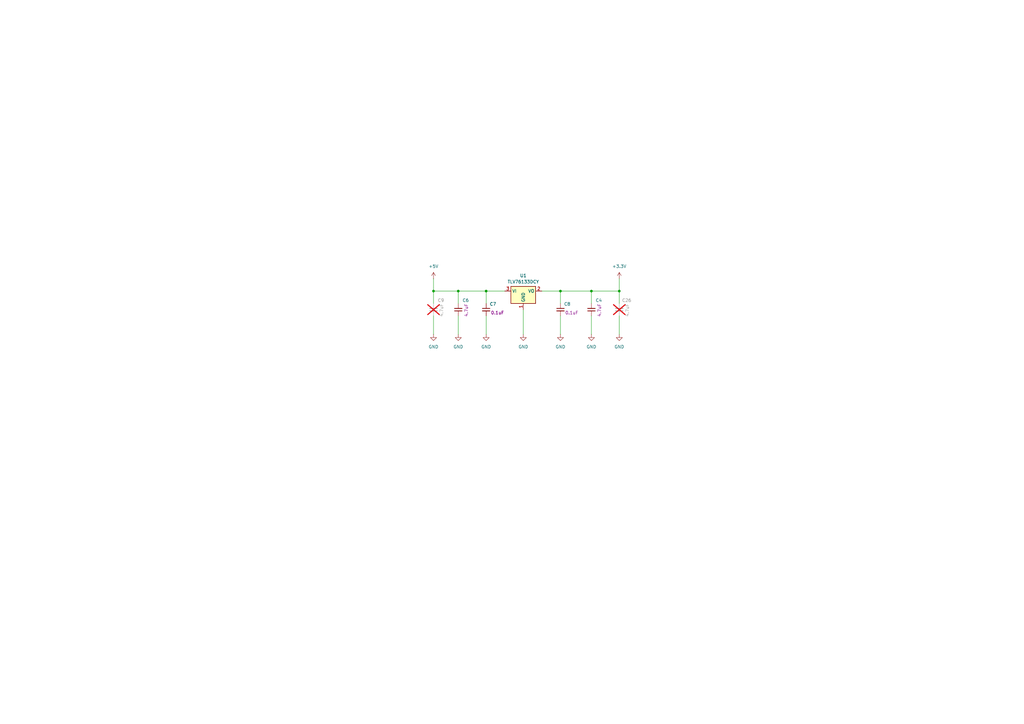
<source format=kicad_sch>
(kicad_sch (version 20250114) (generator "eeschema") (generator_version "9.0")
  (paper "A3")
  (title_block (rev "v0.1"))
  (lib_symbols
    (symbol "2s_Capacitor:100nF_0603_16V" (pin_numbers (hide yes)) (pin_names (offset 0.254) (hide yes))
      (property "Reference" "C" (at 1.905 1.27 0))
      (property "Display" "0.1uF" (at 1.905 -1.27 0))
      (symbol "100nF_0603_16V_0_1"
        (polyline (pts (xy -1.524 0.508) (xy 1.524 0.508)) (stroke (width 0.3048)))
        (polyline (pts (xy -1.524 -0.508) (xy 1.524 -0.508)) (stroke (width 0.3302)))
      )
      (symbol "100nF_0603_16V_1_1"
        (pin passive line (at 0 2.54 270) (length 2.032) (name "~") (number "1"))
        (pin passive line (at 0 -2.54 90) (length 2.032) (name "~") (number "2"))
      )
    )
    (symbol "2s_Capacitor:4.7uF_0603_25V" (pin_numbers (hide yes)) (pin_names (offset 0.254) (hide yes))
      (property "Reference" "C" (at 1.905 1.27 0))
      (property "Display" "4.7uF" (at 1.905 -1.27 0))
      (symbol "4.7uF_0603_25V_0_1"
        (polyline (pts (xy -1.524 0.508) (xy 1.524 0.508)) (stroke (width 0.3048)))
        (polyline (pts (xy -1.524 -0.508) (xy 1.524 -0.508)) (stroke (width 0.3302)))
      )
      (symbol "4.7uF_0603_25V_1_1"
        (pin passive line (at 0 2.54 270) (length 2.032) (name "~") (number "1"))
        (pin passive line (at 0 -2.54 90) (length 2.032) (name "~") (number "2"))
      )
    )
    (symbol "2s_linear_regulators:TLV76133DCY"
      (property "Reference" "U" (at -7.62 6.35 0))
      (property "Value" "TLV76133DCY" (at -1.27 6.35 0))
      (symbol "TLV76133DCY_0_1"
        (rectangle (start -5.08 1.905) (end 5.08 -5.08) (stroke (width 0.254)) (fill (type background)))
      )
      (symbol "TLV76133DCY_1_1"
        (pin power_in line (at -7.62 0 0) (length 2.54) (name "VI") (number "3"))
        (pin power_in line (at 0 -7.62 90) (length 2.54) (name "GND") (number "1"))
        (pin power_out line (at 7.62 0 180) (length 2.54) (name "VO") (number "2"))
      )
    )
    (symbol "power:+3.3V" (power) (pin_numbers (hide yes)) (pin_names (offset 0) (hide yes))
      (property "Value" "+3.3V" (at 0 3.556 0))
      (symbol "+3.3V_0_1"
        (polyline (pts (xy -0.762 1.27) (xy 0 2.54)))
        (polyline (pts (xy 0 2.54) (xy 0.762 1.27)))
        (polyline (pts (xy 0 0) (xy 0 2.54)))
      )
      (symbol "+3.3V_1_1"
        (pin power_in line (at 0 0 90) (length 0) (name "~") (number "1"))
      )
    )
    (symbol "power:+5V" (power) (pin_numbers (hide yes)) (pin_names (offset 0) (hide yes))
      (property "Value" "+5V" (at 0 3.556 0))
      (symbol "+5V_0_1"
        (polyline (pts (xy -0.762 1.27) (xy 0 2.54)))
        (polyline (pts (xy 0 2.54) (xy 0.762 1.27)))
        (polyline (pts (xy 0 0) (xy 0 2.54)))
      )
      (symbol "+5V_1_1"
        (pin power_in line (at 0 0 90) (length 0) (name "~") (number "1"))
      )
    )
    (symbol "power:GND" (power) (pin_numbers (hide yes)) (pin_names (offset 0) (hide yes))
      (property "Value" "GND" (at 0 -3.81 0))
      (symbol "GND_0_1"
        (polyline (pts (xy 0 0) (xy 0 -1.27) (xy 1.27 -1.27) (xy 0 -2.54) (xy -1.27 -1.27) (xy 0 -1.27)))
      )
      (symbol "GND_1_1"
        (pin power_in line (at 0 0 270) (length 0) (name "~") (number "1"))
      )
    )
  )
  (junction (at 254 119.38))
  (junction (at 199.39 119.38))
  (junction (at 229.87 119.38))
  (junction (at 187.96 119.38))
  (junction (at 177.8 119.38))
  (junction (at 242.57 119.38))
  (wire (pts (xy 199.39 119.38) (xy 207.01 119.38)))
  (wire (pts (xy 254 119.38) (xy 254 124.46)))
  (wire (pts (xy 254 137.16) (xy 254 129.54)))
  (wire (pts (xy 177.8 114.3) (xy 177.8 119.38)))
  (wire (pts (xy 187.96 119.38) (xy 199.39 119.38)))
  (wire (pts (xy 177.8 119.38) (xy 177.8 124.46)))
  (wire (pts (xy 187.96 119.38) (xy 187.96 124.46)))
  (wire (pts (xy 177.8 129.54) (xy 177.8 137.16)))
  (wire (pts (xy 242.57 119.38) (xy 254 119.38)))
  (wire (pts (xy 177.8 119.38) (xy 187.96 119.38)))
  (wire (pts (xy 229.87 129.54) (xy 229.87 137.16)))
  (wire (pts (xy 187.96 129.54) (xy 187.96 137.16)))
  (wire (pts (xy 199.39 119.38) (xy 199.39 124.46)))
  (wire (pts (xy 199.39 129.54) (xy 199.39 137.16)))
  (wire (pts (xy 254 114.3) (xy 254 119.38)))
  (wire (pts (xy 242.57 119.38) (xy 242.57 124.46)))
  (wire (pts (xy 214.63 127) (xy 214.63 137.16)))
  (wire (pts (xy 229.87 119.38) (xy 229.87 124.46)))
  (wire (pts (xy 229.87 119.38) (xy 242.57 119.38)))
  (wire (pts (xy 222.25 119.38) (xy 229.87 119.38)))
  (wire (pts (xy 242.57 129.54) (xy 242.57 137.16)))
  (symbol (lib_id "power:GND") (at 242.57 137.16 0) (unit 1)
    (property "Reference" "#PWR019" (effects (hide yes)))
    (property "Value" "GND" (at 242.57 142.24 0))
    (property "Description" "Power symbol creates a global label with name \"GND\" , ground" (effects (hide yes)))
  )
  (symbol (lib_id "2s_Capacitor:4.7uF_0603_25V") (at 187.96 127 180) (unit 1)
    (property "Reference" "C6" (at 191.008 123.19 0))
    (property "Value" "4.7uF_0603_25V" (effects (hide yes)))
    (property "Footprint" "Capacitor_SMD:C_0603_1608Metric" (effects (hide yes)))
    (property "Description" "CAP CER 4.7UF 25V X5R 0603" (effects (hide yes)))
    (property "Specifications" "4.7uF, Min. 25V 10%, X7R or X5R or similar" (effects (hide yes)))
    (property "Manufacturer" "Murata" (effects (hide yes)))
    (property "MPN" "GRM188R61E475KE11D" (effects (hide yes)))
    (property "Display" "4.7uF" (at 191.262 124.46 90) (effects (justify left)))
  )
  (symbol (lib_id "power:+5V") (at 177.8 114.3 0) (unit 1)
    (property "Reference" "#PWR010" (effects (hide yes)))
    (property "Value" "+5V" (at 177.8 109.22 0))
    (property "Description" "Power symbol creates a global label with name \"+5V\"" (effects (hide yes)))
  )
  (symbol (lib_id "power:GND") (at 187.96 137.16 0) (unit 1)
    (property "Reference" "#PWR015" (effects (hide yes)))
    (property "Value" "GND" (at 187.96 142.24 0))
    (property "Description" "Power symbol creates a global label with name \"GND\" , ground" (effects (hide yes)))
  )
  (symbol (lib_id "power:GND") (at 214.63 137.16 0) (unit 1)
    (property "Reference" "#PWR013" (effects (hide yes)))
    (property "Value" "GND" (at 214.63 142.24 0))
    (property "Description" "Power symbol creates a global label with name \"GND\" , ground" (effects (hide yes)))
  )
  (symbol (lib_id "2s_Capacitor:100nF_0603_16V") (at 229.87 127 0) (unit 1)
    (property "Reference" "C8" (at 232.664 124.714 0))
    (property "Value" "100nF_0603_16V" (effects (hide yes)))
    (property "Footprint" "Capacitor_SMD:C_0603_1608Metric" (effects (hide yes)))
    (property "Description" "0.1uF, Min. 16V 10%, X7R or X5R or similar" (effects (hide yes)))
    (property "Specifications" "0.1uF, Min. 16V 10%, X7R or X5R or similar" (effects (hide yes)))
    (property "Manufacturer" "AVX Corporation" (effects (hide yes)))
    (property "MPN" "0603YC104KAT2A" (effects (hide yes)))
    (property "Display" "0.1uF" (at 231.775 128.27 0) (effects (justify left)))
    (property "JLCPCB ID" "C14663" (effects (hide yes)))
    (property "Production Stage" "A" (effects (hide yes)))
  )
  (symbol (lib_id "power:GND") (at 199.39 137.16 0) (unit 1)
    (property "Reference" "#PWR067" (effects (hide yes)))
    (property "Value" "GND" (at 199.39 142.24 0))
    (property "Description" "Power symbol creates a global label with name \"GND\" , ground" (effects (hide yes)))
  )
  (symbol (lib_id "2s_Capacitor:4.7uF_0603_25V") (at 254 127 180) (unit 1) (in_bom no) (dnp yes)
    (property "Reference" "C26" (at 257.048 123.19 0))
    (property "Value" "4.7uF_0603_25V" (effects (hide yes)))
    (property "Footprint" "Capacitor_SMD:C_0603_1608Metric" (effects (hide yes)))
    (property "Description" "CAP CER 4.7UF 25V X5R 0603" (effects (hide yes)))
    (property "Specifications" "4.7uF, Min. 25V 10%, X7R or X5R or similar" (effects (hide yes)))
    (property "Manufacturer" "Murata" (effects (hide yes)))
    (property "MPN" "GRM188R61E475KE11D" (effects (hide yes)))
    (property "Display" "4.7uF" (at 257.302 124.46 90) (effects (justify left)))
  )
  (symbol (lib_id "2s_Capacitor:4.7uF_0603_25V") (at 177.8 127 180) (unit 1) (in_bom no) (dnp yes)
    (property "Reference" "C9" (at 180.848 123.19 0))
    (property "Value" "4.7uF_0603_25V" (effects (hide yes)))
    (property "Footprint" "Capacitor_SMD:C_0603_1608Metric" (effects (hide yes)))
    (property "Description" "CAP CER 4.7UF 25V X5R 0603" (effects (hide yes)))
    (property "Specifications" "4.7uF, Min. 25V 10%, X7R or X5R or similar" (effects (hide yes)))
    (property "Manufacturer" "Murata" (effects (hide yes)))
    (property "MPN" "GRM188R61E475KE11D" (effects (hide yes)))
    (property "Display" "4.7uF" (at 181.102 124.46 90) (effects (justify left)))
  )
  (symbol (lib_id "2s_Capacitor:4.7uF_0603_25V") (at 242.57 127 180) (unit 1)
    (property "Reference" "C4" (at 245.618 123.19 0))
    (property "Value" "4.7uF_0603_25V" (effects (hide yes)))
    (property "Footprint" "Capacitor_SMD:C_0603_1608Metric" (effects (hide yes)))
    (property "Description" "CAP CER 4.7UF 25V X5R 0603" (effects (hide yes)))
    (property "Specifications" "4.7uF, Min. 25V 10%, X7R or X5R or similar" (effects (hide yes)))
    (property "Manufacturer" "Murata" (effects (hide yes)))
    (property "MPN" "GRM188R61E475KE11D" (effects (hide yes)))
    (property "Display" "4.7uF" (at 245.872 124.46 90) (effects (justify left)))
  )
  (symbol (lib_id "2s_Capacitor:100nF_0603_16V") (at 199.39 127 0) (unit 1)
    (property "Reference" "C7" (at 202.184 124.714 0))
    (property "Value" "100nF_0603_16V" (effects (hide yes)))
    (property "Footprint" "Capacitor_SMD:C_0603_1608Metric" (effects (hide yes)))
    (property "Description" "0.1uF, Min. 16V 10%, X7R or X5R or similar" (effects (hide yes)))
    (property "Specifications" "0.1uF, Min. 16V 10%, X7R or X5R or similar" (effects (hide yes)))
    (property "Manufacturer" "AVX Corporation" (effects (hide yes)))
    (property "MPN" "0603YC104KAT2A" (effects (hide yes)))
    (property "Display" "0.1uF" (at 201.295 128.27 0) (effects (justify left)))
    (property "JLCPCB ID" "C14663" (effects (hide yes)))
    (property "Production Stage" "A" (effects (hide yes)))
  )
  (symbol (lib_id "2s_linear_regulators:TLV76133DCY") (at 214.63 119.38 0) (unit 1)
    (property "Reference" "U1" (at 214.63 113.03 0))
    (property "Value" "TLV76133DCY" (at 214.63 115.57 0))
    (property "Footprint" "Package_TO_SOT_SMD:SOT-223-3_TabPin2" (effects (hide yes)))
    (property "Datasheet" "https://www.ti.com/lit/ds/symlink/tlv761.pdf" (effects (hide yes)))
    (property "Description" "3.3V, 1A, Low Noise, High-PSRR LDO Regulator, 2.5V...16V input, SOT-223" (effects (hide yes)))
    (property "MPN" "TLV76133DCYR" (effects (hide yes)))
    (property "Digi-Key_PN" "296-TLV76133DCYRCT-ND" (effects (hide yes)))
    (property "Manufacturer" "Texas Instruments" (effects (hide yes)))
    (property "JLCPCB ID" "C7527500" (effects (hide yes)))
  )
  (symbol (lib_id "power:GND") (at 229.87 137.16 0) (unit 1)
    (property "Reference" "#PWR066" (effects (hide yes)))
    (property "Value" "GND" (at 229.87 142.24 0))
    (property "Description" "Power symbol creates a global label with name \"GND\" , ground" (effects (hide yes)))
  )
  (symbol (lib_id "power:GND") (at 254 137.16 0) (unit 1)
    (property "Reference" "#PWR069" (effects (hide yes)))
    (property "Value" "GND" (at 254 142.24 0))
    (property "Description" "Power symbol creates a global label with name \"GND\" , ground" (effects (hide yes)))
  )
  (symbol (lib_id "power:GND") (at 177.8 137.16 0) (unit 1)
    (property "Reference" "#PWR068" (effects (hide yes)))
    (property "Value" "GND" (at 177.8 142.24 0))
    (property "Description" "Power symbol creates a global label with name \"GND\" , ground" (effects (hide yes)))
  )
  (symbol (lib_id "power:+3.3V") (at 254 114.3 0) (unit 1)
    (property "Reference" "#PWR011" (effects (hide yes)))
    (property "Value" "+3.3V" (at 254 109.22 0))
    (property "Description" "Power symbol creates a global label with name \"+3.3V\"" (effects (hide yes)))
  )
)
</source>
